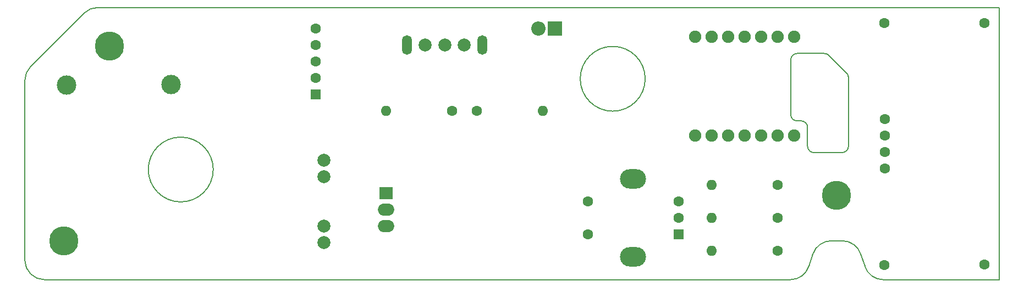
<source format=gbr>
%TF.GenerationSoftware,KiCad,Pcbnew,8.0.4*%
%TF.CreationDate,2024-09-24T16:35:55-04:00*%
%TF.ProjectId,cablight,6361626c-6967-4687-942e-6b696361645f,rev?*%
%TF.SameCoordinates,Original*%
%TF.FileFunction,Soldermask,Top*%
%TF.FilePolarity,Negative*%
%FSLAX46Y46*%
G04 Gerber Fmt 4.6, Leading zero omitted, Abs format (unit mm)*
G04 Created by KiCad (PCBNEW 8.0.4) date 2024-09-24 16:35:55*
%MOMM*%
%LPD*%
G01*
G04 APERTURE LIST*
G04 Aperture macros list*
%AMRoundRect*
0 Rectangle with rounded corners*
0 $1 Rounding radius*
0 $2 $3 $4 $5 $6 $7 $8 $9 X,Y pos of 4 corners*
0 Add a 4 corners polygon primitive as box body*
4,1,4,$2,$3,$4,$5,$6,$7,$8,$9,$2,$3,0*
0 Add four circle primitives for the rounded corners*
1,1,$1+$1,$2,$3*
1,1,$1+$1,$4,$5*
1,1,$1+$1,$6,$7*
1,1,$1+$1,$8,$9*
0 Add four rect primitives between the rounded corners*
20,1,$1+$1,$2,$3,$4,$5,0*
20,1,$1+$1,$4,$5,$6,$7,0*
20,1,$1+$1,$6,$7,$8,$9,0*
20,1,$1+$1,$8,$9,$2,$3,0*%
G04 Aperture macros list end*
%ADD10R,1.600000X1.600000*%
%ADD11C,1.600000*%
%ADD12C,1.901600*%
%ADD13O,1.600000X1.600000*%
%ADD14C,3.000000*%
%ADD15RoundRect,1.500000X0.500000X-0.000010X0.500000X0.000010X-0.500000X0.000010X-0.500000X-0.000010X0*%
%ADD16C,4.500000*%
%ADD17R,2.200000X2.200000*%
%ADD18O,2.200000X2.200000*%
%ADD19O,1.500000X3.000000*%
%ADD20C,2.000000*%
%ADD21R,2.000000X1.900000*%
%ADD22O,2.500000X1.900000*%
%TA.AperFunction,Profile*%
%ADD23C,0.150000*%
%TD*%
G04 APERTURE END LIST*
D10*
%TO.C,P1*%
X154782000Y-93450000D03*
D11*
X154782000Y-90910000D03*
X154782000Y-88370000D03*
X154782000Y-85830000D03*
X154782000Y-83290000D03*
%TD*%
D12*
%TO.C,U1*%
X213202000Y-99800000D03*
X215742000Y-99800000D03*
X218282000Y-99800000D03*
X220822000Y-99800000D03*
X223362000Y-99800000D03*
X225902000Y-99800000D03*
X228442000Y-99800000D03*
X228442000Y-84560000D03*
X225902000Y-84560000D03*
X223362000Y-84560000D03*
X220822000Y-84560000D03*
X218282000Y-84560000D03*
X215742000Y-84560000D03*
X213202000Y-84560000D03*
%TD*%
D11*
%TO.C,S1*%
X242412000Y-104880000D03*
X242412000Y-102340000D03*
X242412000Y-99800000D03*
X242412000Y-97260000D03*
X242300000Y-119720000D03*
X257700000Y-119695000D03*
X242300000Y-82420000D03*
X257700000Y-82420000D03*
%TD*%
%TO.C,R1*%
X225902000Y-117580000D03*
D13*
X215742000Y-117580000D03*
%TD*%
D11*
%TO.C,R4*%
X179547000Y-95990000D03*
D13*
X189707000Y-95990000D03*
%TD*%
D14*
%TO.C,TP2*%
X132500000Y-91850000D03*
%TD*%
D15*
%TO.C,SW1*%
X203662000Y-118460000D03*
X203662000Y-106460000D03*
D11*
X196662000Y-114960000D03*
X196662000Y-109960000D03*
D10*
X210662000Y-114960000D03*
D11*
X210662000Y-109960000D03*
X210662000Y-112460000D03*
%TD*%
D16*
%TO.C,REF\u002A\u002A*%
X234982000Y-109000000D03*
%TD*%
D11*
%TO.C,R2*%
X225902000Y-112500000D03*
D13*
X215742000Y-112500000D03*
%TD*%
D17*
%TO.C,D1*%
X191612000Y-83290000D03*
D18*
X189072000Y-83290000D03*
%TD*%
D19*
%TO.C,SW3*%
X180442000Y-85830000D03*
D20*
X171642000Y-85830000D03*
D19*
X168842000Y-85830000D03*
D20*
X174642000Y-85830000D03*
X177642000Y-85830000D03*
%TD*%
%TO.C,J1*%
X156052000Y-106150000D03*
X156052000Y-103610000D03*
%TD*%
D21*
%TO.C,Q1*%
X165577000Y-108690000D03*
D22*
X165577000Y-111230000D03*
X165577000Y-113770000D03*
%TD*%
D11*
%TO.C,R5*%
X175737000Y-95990000D03*
D13*
X165577000Y-95990000D03*
%TD*%
D16*
%TO.C,REF\u002A\u002A*%
X123000000Y-86000000D03*
%TD*%
D11*
%TO.C,R3*%
X225902000Y-107420000D03*
D13*
X215742000Y-107420000D03*
%TD*%
D20*
%TO.C,J2*%
X156052000Y-116310000D03*
X156052000Y-113770000D03*
%TD*%
D16*
%TO.C,REF\u002A\u002A*%
X116000000Y-116000000D03*
%TD*%
D14*
%TO.C,TP1*%
X116397000Y-92000000D03*
%TD*%
D23*
X236507626Y-90107196D02*
G75*
G02*
X236800012Y-90813783I-707626J-706604D01*
G01*
X233090251Y-87100000D02*
G75*
G02*
X233791964Y-87387492I49J-1000000D01*
G01*
X227900000Y-88100000D02*
G75*
G02*
X228900000Y-87100000I1000000J0D01*
G01*
X228900000Y-97500000D02*
G75*
G02*
X227900000Y-96500000I0J1000000D01*
G01*
X229500000Y-97500000D02*
G75*
G02*
X230500000Y-98500000I0J-1000000D01*
G01*
X231500000Y-102400000D02*
G75*
G02*
X230500000Y-101400000I0J1000000D01*
G01*
X236800000Y-101400000D02*
G75*
G02*
X235800000Y-102400000I-1000000J0D01*
G01*
X233090251Y-87100000D02*
X228900000Y-87100000D01*
X229500000Y-97500000D02*
X228900000Y-97500000D01*
X227900000Y-88100000D02*
X227900000Y-96500000D01*
X236507626Y-90107196D02*
X233791940Y-87387516D01*
X205500000Y-91000000D02*
G75*
G02*
X195500000Y-91000000I-5000000J0D01*
G01*
X195500000Y-91000000D02*
G75*
G02*
X205500000Y-91000000I5000000J0D01*
G01*
X139000000Y-105000000D02*
G75*
G02*
X129000000Y-105000000I-5000000J0D01*
G01*
X129000000Y-105000000D02*
G75*
G02*
X139000000Y-105000000I5000000J0D01*
G01*
X235837722Y-116000000D02*
G75*
G02*
X238683752Y-118051324I-22J-3000000D01*
G01*
X234162278Y-116000000D02*
X235837722Y-116000000D01*
X238683772Y-118051317D02*
X239316228Y-119948683D01*
X242162277Y-122000000D02*
X260000000Y-122000000D01*
X113000000Y-122000000D02*
G75*
G02*
X110000000Y-119000000I0J3000000D01*
G01*
X231316228Y-118051317D02*
G75*
G02*
X234162278Y-115999979I2846072J-948683D01*
G01*
X227837723Y-122000000D02*
X113000000Y-122000000D01*
X260000000Y-80000000D02*
X260000000Y-122000000D01*
X121242641Y-80000000D02*
X260000000Y-80000000D01*
X242162277Y-122000000D02*
G75*
G02*
X239316183Y-119948698I23J3000100D01*
G01*
X110000000Y-91242641D02*
G75*
G02*
X110878701Y-89121341I2999800J41D01*
G01*
X230683772Y-119948683D02*
X231316228Y-118051317D01*
X119121321Y-80878679D02*
G75*
G02*
X121242641Y-80000017I2121379J-2121521D01*
G01*
X110878680Y-89121320D02*
X119121321Y-80878679D01*
X230683772Y-119948683D02*
G75*
G02*
X227837723Y-122000021I-2846072J948683D01*
G01*
X110000000Y-119000000D02*
X110000000Y-91242641D01*
X230500000Y-98500000D02*
X230500000Y-101400000D01*
X235800000Y-102400000D02*
X231500000Y-102400000D01*
X236800000Y-90813783D02*
X236800000Y-101400000D01*
M02*

</source>
